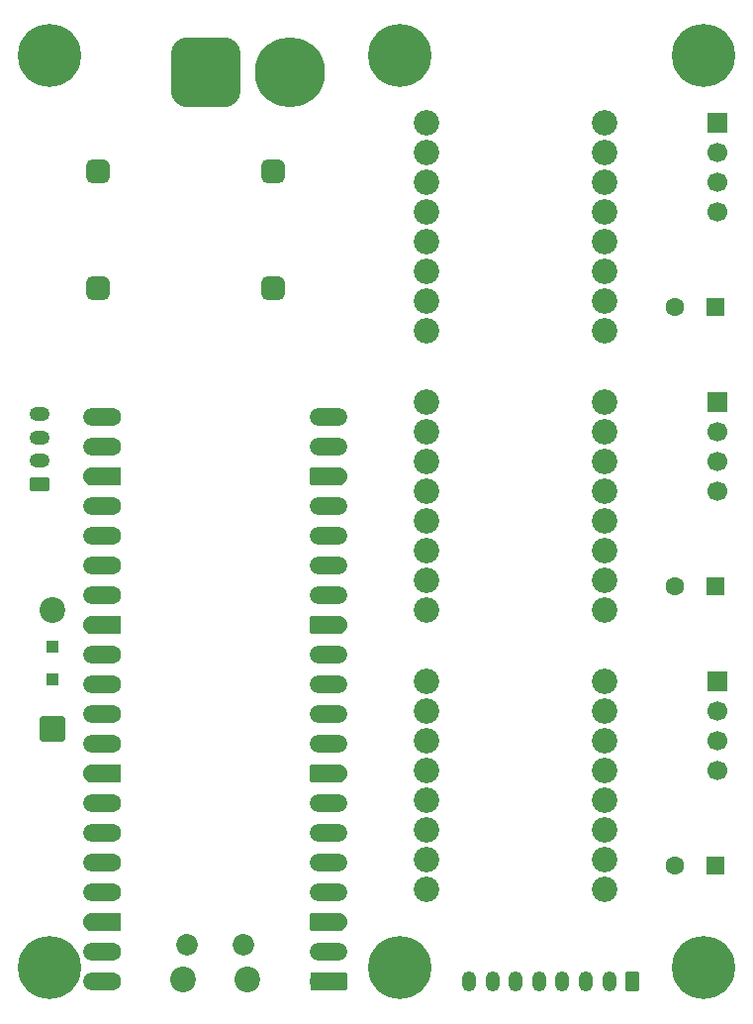
<source format=gts>
G04 #@! TF.GenerationSoftware,KiCad,Pcbnew,9.0.3*
G04 #@! TF.CreationDate,2026-02-04T16:51:12-05:00*
G04 #@! TF.ProjectId,ControlBoard_v1,436f6e74-726f-46c4-926f-6172645f7631,rev?*
G04 #@! TF.SameCoordinates,Original*
G04 #@! TF.FileFunction,Soldermask,Top*
G04 #@! TF.FilePolarity,Negative*
%FSLAX46Y46*%
G04 Gerber Fmt 4.6, Leading zero omitted, Abs format (unit mm)*
G04 Created by KiCad (PCBNEW 9.0.3) date 2026-02-04 16:51:12*
%MOMM*%
%LPD*%
G01*
G04 APERTURE LIST*
G04 Aperture macros list*
%AMRoundRect*
0 Rectangle with rounded corners*
0 $1 Rounding radius*
0 $2 $3 $4 $5 $6 $7 $8 $9 X,Y pos of 4 corners*
0 Add a 4 corners polygon primitive as box body*
4,1,4,$2,$3,$4,$5,$6,$7,$8,$9,$2,$3,0*
0 Add four circle primitives for the rounded corners*
1,1,$1+$1,$2,$3*
1,1,$1+$1,$4,$5*
1,1,$1+$1,$6,$7*
1,1,$1+$1,$8,$9*
0 Add four rect primitives between the rounded corners*
20,1,$1+$1,$2,$3,$4,$5,0*
20,1,$1+$1,$4,$5,$6,$7,0*
20,1,$1+$1,$6,$7,$8,$9,0*
20,1,$1+$1,$8,$9,$2,$3,0*%
%AMFreePoly0*
4,1,37,0.800000,0.796148,0.878414,0.796148,1.032228,0.765552,1.177117,0.705537,1.307515,0.618408,1.418408,0.507515,1.505537,0.377117,1.565552,0.232228,1.596148,0.078414,1.596148,-0.078414,1.565552,-0.232228,1.505537,-0.377117,1.418408,-0.507515,1.307515,-0.618408,1.177117,-0.705537,1.032228,-0.765552,0.878414,-0.796148,0.800000,-0.796148,0.800000,-0.800000,-1.400000,-0.800000,
-1.403843,-0.796157,-1.439018,-0.796157,-1.511114,-0.766294,-1.566294,-0.711114,-1.596157,-0.639018,-1.596157,-0.603843,-1.600000,-0.600000,-1.600000,0.600000,-1.596157,0.603843,-1.596157,0.639018,-1.566294,0.711114,-1.511114,0.766294,-1.439018,0.796157,-1.403843,0.796157,-1.400000,0.800000,0.800000,0.800000,0.800000,0.796148,0.800000,0.796148,$1*%
%AMFreePoly1*
4,1,37,1.403843,0.796157,1.439018,0.796157,1.511114,0.766294,1.566294,0.711114,1.596157,0.639018,1.596157,0.603843,1.600000,0.600000,1.600000,-0.600000,1.596157,-0.603843,1.596157,-0.639018,1.566294,-0.711114,1.511114,-0.766294,1.439018,-0.796157,1.403843,-0.796157,1.400000,-0.800000,-0.800000,-0.800000,-0.800000,-0.796148,-0.878414,-0.796148,-1.032228,-0.765552,-1.177117,-0.705537,
-1.307515,-0.618408,-1.418408,-0.507515,-1.505537,-0.377117,-1.565552,-0.232228,-1.596148,-0.078414,-1.596148,0.078414,-1.565552,0.232228,-1.505537,0.377117,-1.418408,0.507515,-1.307515,0.618408,-1.177117,0.705537,-1.032228,0.765552,-0.878414,0.796148,-0.800000,0.796148,-0.800000,0.800000,1.400000,0.800000,1.403843,0.796157,1.403843,0.796157,$1*%
%AMFreePoly2*
4,1,37,0.603843,0.796157,0.639018,0.796157,0.711114,0.766294,0.766294,0.711114,0.796157,0.639018,0.796157,0.603843,0.800000,0.600000,0.800000,-0.600000,0.796157,-0.603843,0.796157,-0.639018,0.766294,-0.711114,0.711114,-0.766294,0.639018,-0.796157,0.603843,-0.796157,0.600000,-0.800000,0.000000,-0.800000,0.000000,-0.796148,-0.078414,-0.796148,-0.232228,-0.765552,-0.377117,-0.705537,
-0.507515,-0.618408,-0.618408,-0.507515,-0.705537,-0.377117,-0.765552,-0.232228,-0.796148,-0.078414,-0.796148,0.078414,-0.765552,0.232228,-0.705537,0.377117,-0.618408,0.507515,-0.507515,0.618408,-0.377117,0.705537,-0.232228,0.765552,-0.078414,0.796148,0.000000,0.796148,0.000000,0.800000,0.600000,0.800000,0.603843,0.796157,0.603843,0.796157,$1*%
%AMFreePoly3*
4,1,37,0.000000,0.796148,0.078414,0.796148,0.232228,0.765552,0.377117,0.705537,0.507515,0.618408,0.618408,0.507515,0.705537,0.377117,0.765552,0.232228,0.796148,0.078414,0.796148,-0.078414,0.765552,-0.232228,0.705537,-0.377117,0.618408,-0.507515,0.507515,-0.618408,0.377117,-0.705537,0.232228,-0.765552,0.078414,-0.796148,0.000000,-0.796148,0.000000,-0.800000,-0.600000,-0.800000,
-0.603843,-0.796157,-0.639018,-0.796157,-0.711114,-0.766294,-0.766294,-0.711114,-0.796157,-0.639018,-0.796157,-0.603843,-0.800000,-0.600000,-0.800000,0.600000,-0.796157,0.603843,-0.796157,0.639018,-0.766294,0.711114,-0.711114,0.766294,-0.639018,0.796157,-0.603843,0.796157,-0.600000,0.800000,0.000000,0.800000,0.000000,0.796148,0.000000,0.796148,$1*%
G04 Aperture macros list end*
%ADD10RoundRect,0.250000X0.350000X0.625000X-0.350000X0.625000X-0.350000X-0.625000X0.350000X-0.625000X0*%
%ADD11O,1.200000X1.750000*%
%ADD12RoundRect,0.250000X0.300000X-0.300000X0.300000X0.300000X-0.300000X0.300000X-0.300000X-0.300000X0*%
%ADD13RoundRect,1.500000X-1.500000X-1.500000X1.500000X-1.500000X1.500000X1.500000X-1.500000X1.500000X0*%
%ADD14C,6.000000*%
%ADD15RoundRect,0.249999X0.850001X-0.850001X0.850001X0.850001X-0.850001X0.850001X-0.850001X-0.850001X0*%
%ADD16C,2.200000*%
%ADD17C,2.184000*%
%ADD18R,1.700000X1.700000*%
%ADD19C,1.700000*%
%ADD20RoundRect,0.250000X0.550000X0.550000X-0.550000X0.550000X-0.550000X-0.550000X0.550000X-0.550000X0*%
%ADD21C,1.600000*%
%ADD22C,0.800000*%
%ADD23C,5.400000*%
%ADD24RoundRect,0.250000X0.625000X-0.350000X0.625000X0.350000X-0.625000X0.350000X-0.625000X-0.350000X0*%
%ADD25O,1.750000X1.200000*%
%ADD26C,1.850000*%
%ADD27FreePoly0,180.000000*%
%ADD28RoundRect,0.200000X0.600000X0.600000X-0.600000X0.600000X-0.600000X-0.600000X0.600000X-0.600000X0*%
%ADD29RoundRect,0.800000X0.800000X0.000010X-0.800000X0.000010X-0.800000X-0.000010X0.800000X-0.000010X0*%
%ADD30FreePoly1,180.000000*%
%ADD31FreePoly2,180.000000*%
%ADD32FreePoly3,180.000000*%
%ADD33RoundRect,0.500000X0.500000X-0.500000X0.500000X0.500000X-0.500000X0.500000X-0.500000X-0.500000X0*%
G04 APERTURE END LIST*
D10*
X208168000Y-121788000D03*
D11*
X206168000Y-121788000D03*
X204168000Y-121788000D03*
X202168000Y-121788000D03*
X200168000Y-121788000D03*
X198168000Y-121788000D03*
X196168000Y-121788000D03*
X194168000Y-121788000D03*
D12*
X158496000Y-95968000D03*
X158496000Y-93168000D03*
D13*
X171660000Y-44022000D03*
D14*
X178860000Y-44022000D03*
D15*
X158496000Y-100156000D03*
D16*
X158496000Y-89996000D03*
D17*
X205740000Y-66120000D03*
X205740000Y-63580000D03*
X205740000Y-61040000D03*
X205740000Y-58500000D03*
X205740000Y-55960000D03*
X205740000Y-53420000D03*
X205740000Y-50880000D03*
X205740000Y-48340000D03*
X190500000Y-48340000D03*
X190500000Y-50880000D03*
X190500000Y-53420000D03*
X190500000Y-55960000D03*
X190500000Y-58500000D03*
X190500000Y-61040000D03*
X190500000Y-63580000D03*
X190500000Y-66120000D03*
D18*
X215392000Y-96092000D03*
D19*
X215392000Y-98632000D03*
X215392000Y-101172000D03*
X215392000Y-103712000D03*
D18*
X215392000Y-48340000D03*
D19*
X215392000Y-50880000D03*
X215392000Y-53420000D03*
X215392000Y-55960000D03*
D18*
X215392000Y-72216000D03*
D19*
X215392000Y-74756000D03*
X215392000Y-77296000D03*
X215392000Y-79836000D03*
D20*
X215266651Y-87964000D03*
D21*
X211766651Y-87964000D03*
D22*
X186255000Y-42616000D03*
X186848109Y-41184109D03*
X186848109Y-44047891D03*
X188280000Y-40591000D03*
D23*
X188280000Y-42616000D03*
D22*
X188280000Y-44641000D03*
X189711891Y-41184109D03*
X189711891Y-44047891D03*
X190305000Y-42616000D03*
D17*
X205740000Y-89996000D03*
X205740000Y-87456000D03*
X205740000Y-84916000D03*
X205740000Y-82376000D03*
X205740000Y-79836000D03*
X205740000Y-77296000D03*
X205740000Y-74756000D03*
X205740000Y-72216000D03*
X190500000Y-72216000D03*
X190500000Y-74756000D03*
X190500000Y-77296000D03*
X190500000Y-79836000D03*
X190500000Y-82376000D03*
X190500000Y-84916000D03*
X190500000Y-87456000D03*
X190500000Y-89996000D03*
D22*
X186255000Y-120616000D03*
X186848109Y-119184109D03*
X186848109Y-122047891D03*
X188280000Y-118591000D03*
D23*
X188280000Y-120616000D03*
D22*
X188280000Y-122641000D03*
X189711891Y-119184109D03*
X189711891Y-122047891D03*
X190305000Y-120616000D03*
D20*
X215266651Y-64088000D03*
D21*
X211766651Y-64088000D03*
D24*
X157438000Y-79264000D03*
D25*
X157438000Y-77264000D03*
X157438000Y-75264000D03*
X157438000Y-73264000D03*
D22*
X156255000Y-42616000D03*
X156848109Y-41184109D03*
X156848109Y-44047891D03*
X158280000Y-40591000D03*
D23*
X158280000Y-42616000D03*
D22*
X158280000Y-44641000D03*
X159711891Y-41184109D03*
X159711891Y-44047891D03*
X160305000Y-42616000D03*
D16*
X175191000Y-121616000D03*
D26*
X174891000Y-118586000D03*
X170041000Y-118586000D03*
D16*
X169741000Y-121616000D03*
D27*
X182156000Y-121746000D03*
D28*
X181356000Y-121746000D03*
D29*
X182156000Y-119206000D03*
D21*
X181356000Y-119206000D03*
D30*
X182156000Y-116666000D03*
D31*
X181356000Y-116666000D03*
D29*
X182156000Y-114126000D03*
D21*
X181356000Y-114126000D03*
D29*
X182156000Y-111586000D03*
D21*
X181356000Y-111586000D03*
D29*
X182156000Y-109046000D03*
D21*
X181356000Y-109046000D03*
D29*
X182156000Y-106506000D03*
D21*
X181356000Y-106506000D03*
D30*
X182156000Y-103966000D03*
D31*
X181356000Y-103966000D03*
D29*
X182156000Y-101426000D03*
D21*
X181356000Y-101426000D03*
D29*
X182156000Y-98886000D03*
D21*
X181356000Y-98886000D03*
D29*
X182156000Y-96346000D03*
D21*
X181356000Y-96346000D03*
D29*
X182156000Y-93806000D03*
D21*
X181356000Y-93806000D03*
D30*
X182156000Y-91266000D03*
D31*
X181356000Y-91266000D03*
D29*
X182156000Y-88726000D03*
D21*
X181356000Y-88726000D03*
D29*
X182156000Y-86186000D03*
D21*
X181356000Y-86186000D03*
D29*
X182156000Y-83646000D03*
D21*
X181356000Y-83646000D03*
D29*
X182156000Y-81106000D03*
D21*
X181356000Y-81106000D03*
D30*
X182156000Y-78566000D03*
D31*
X181356000Y-78566000D03*
D29*
X182156000Y-76026000D03*
D21*
X181356000Y-76026000D03*
D29*
X182156000Y-73486000D03*
D21*
X181356000Y-73486000D03*
X163576000Y-73486000D03*
D29*
X162776000Y-73486000D03*
D21*
X163576000Y-76026000D03*
D29*
X162776000Y-76026000D03*
D32*
X163576000Y-78566000D03*
D27*
X162776000Y-78566000D03*
D21*
X163576000Y-81106000D03*
D29*
X162776000Y-81106000D03*
D21*
X163576000Y-83646000D03*
D29*
X162776000Y-83646000D03*
D21*
X163576000Y-86186000D03*
D29*
X162776000Y-86186000D03*
D21*
X163576000Y-88726000D03*
D29*
X162776000Y-88726000D03*
D32*
X163576000Y-91266000D03*
D27*
X162776000Y-91266000D03*
D21*
X163576000Y-93806000D03*
D29*
X162776000Y-93806000D03*
D21*
X163576000Y-96346000D03*
D29*
X162776000Y-96346000D03*
D21*
X163576000Y-98886000D03*
D29*
X162776000Y-98886000D03*
D21*
X163576000Y-101426000D03*
D29*
X162776000Y-101426000D03*
D32*
X163576000Y-103966000D03*
D27*
X162776000Y-103966000D03*
D21*
X163576000Y-106506000D03*
D29*
X162776000Y-106506000D03*
D21*
X163576000Y-109046000D03*
D29*
X162776000Y-109046000D03*
D21*
X163576000Y-111586000D03*
D29*
X162776000Y-111586000D03*
D21*
X163576000Y-114126000D03*
D29*
X162776000Y-114126000D03*
D32*
X163576000Y-116666000D03*
D27*
X162776000Y-116666000D03*
D21*
X163576000Y-119206000D03*
D29*
X162776000Y-119206000D03*
D21*
X163576000Y-121746000D03*
D29*
X162776000Y-121746000D03*
D33*
X177430000Y-62484000D03*
X177430000Y-52484000D03*
X162430000Y-62484000D03*
X162430000Y-52484000D03*
D20*
X215266651Y-111840000D03*
D21*
X211766651Y-111840000D03*
D22*
X212255000Y-42616000D03*
X212848109Y-41184109D03*
X212848109Y-44047891D03*
X214280000Y-40591000D03*
D23*
X214280000Y-42616000D03*
D22*
X214280000Y-44641000D03*
X215711891Y-41184109D03*
X215711891Y-44047891D03*
X216305000Y-42616000D03*
D17*
X205740000Y-113872000D03*
X205740000Y-111332000D03*
X205740000Y-108792000D03*
X205740000Y-106252000D03*
X205740000Y-103712000D03*
X205740000Y-101172000D03*
X205740000Y-98632000D03*
X205740000Y-96092000D03*
X190500000Y-96092000D03*
X190500000Y-98632000D03*
X190500000Y-101172000D03*
X190500000Y-103712000D03*
X190500000Y-106252000D03*
X190500000Y-108792000D03*
X190500000Y-111332000D03*
X190500000Y-113872000D03*
D22*
X212255000Y-120616000D03*
X212848109Y-119184109D03*
X212848109Y-122047891D03*
X214280000Y-118591000D03*
D23*
X214280000Y-120616000D03*
D22*
X214280000Y-122641000D03*
X215711891Y-119184109D03*
X215711891Y-122047891D03*
X216305000Y-120616000D03*
X156255000Y-120616000D03*
X156848109Y-119184109D03*
X156848109Y-122047891D03*
X158280000Y-118591000D03*
D23*
X158280000Y-120616000D03*
D22*
X158280000Y-122641000D03*
X159711891Y-119184109D03*
X159711891Y-122047891D03*
X160305000Y-120616000D03*
M02*

</source>
